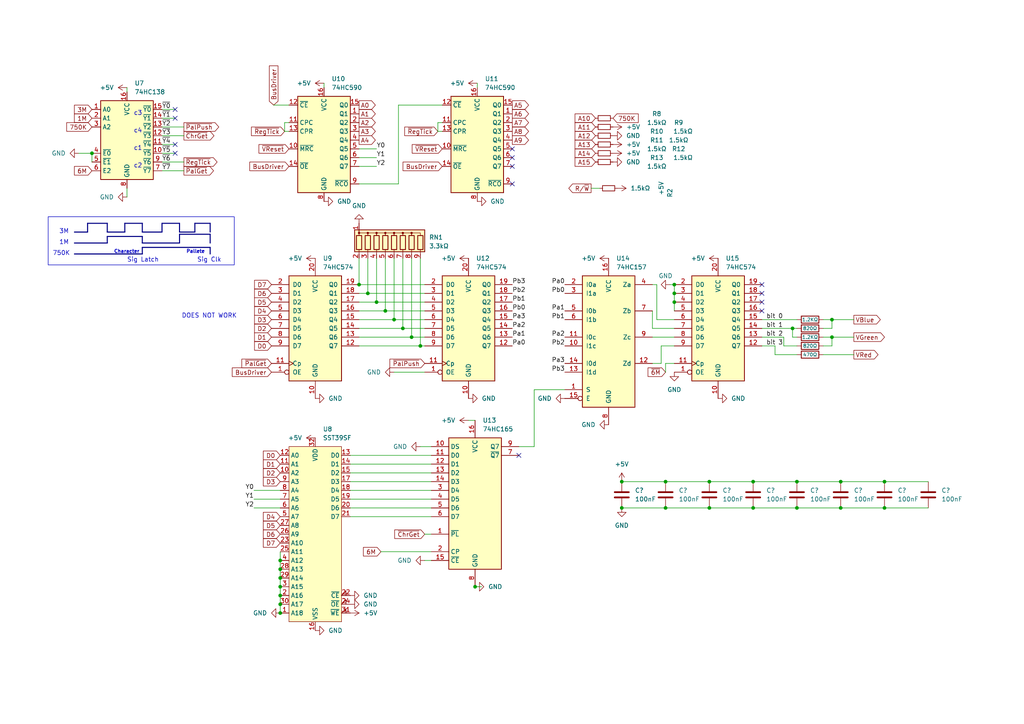
<source format=kicad_sch>
(kicad_sch (version 20231120) (generator "eeschema") (generator_version "8.0")
  (paper "A4")
  (title_block (title "Video"))
  (lib_symbols
    (symbol "74xx:74HC138"
      (property "Reference" "U" (at -7.62 13.97 0))
      (property "Value" "74HC138" (at 2.54 -11.43 0))
      (symbol "74HC138_0_1"
        (rectangle (start -7.62 12.7) (end 7.62 -10.16) (stroke (width 0.254)) (fill (type background)))
      )
      (symbol "74HC138_1_1"
        (pin input line (at -10.16 10.16 0) (length 2.54) (name "A0") (number "1"))
        (pin output line (at 10.16 -2.54 180) (length 2.54) (name "~{Y5}") (number "10"))
        (pin output line (at 10.16 0 180) (length 2.54) (name "~{Y4}") (number "11"))
        (pin output line (at 10.16 2.54 180) (length 2.54) (name "~{Y3}") (number "12"))
        (pin output line (at 10.16 5.08 180) (length 2.54) (name "~{Y2}") (number "13"))
        (pin output line (at 10.16 7.62 180) (length 2.54) (name "~{Y1}") (number "14"))
        (pin output line (at 10.16 10.16 180) (length 2.54) (name "~{Y0}") (number "15"))
        (pin power_in line (at 0 15.24 270) (length 2.54) (name "VCC") (number "16"))
        (pin input line (at -10.16 7.62 0) (length 2.54) (name "A1") (number "2"))
        (pin input line (at -10.16 5.08 0) (length 2.54) (name "A2") (number "3"))
        (pin input line (at -10.16 -2.54 0) (length 2.54) (name "~{E0}") (number "4"))
        (pin input line (at -10.16 -5.08 0) (length 2.54) (name "~{E1}") (number "5"))
        (pin input line (at -10.16 -7.62 0) (length 2.54) (name "E2") (number "6"))
        (pin output line (at 10.16 -7.62 180) (length 2.54) (name "~{Y7}") (number "7"))
        (pin power_in line (at 0 -12.7 90) (length 2.54) (name "GND") (number "8"))
        (pin output line (at 10.16 -5.08 180) (length 2.54) (name "~{Y6}") (number "9"))
      )
    )
    (symbol "74xx:74HC165"
      (property "Reference" "U" (at -7.62 19.05 0))
      (property "Value" "74HC165" (at -7.62 -21.59 0))
      (symbol "74HC165_1_0"
        (pin input line (at -12.7 -10.16 0) (length 5.08) (name "~{PL}") (number "1"))
        (pin input line (at -12.7 15.24 0) (length 5.08) (name "DS") (number "10"))
        (pin input line (at -12.7 12.7 0) (length 5.08) (name "D0") (number "11"))
        (pin input line (at -12.7 10.16 0) (length 5.08) (name "D1") (number "12"))
        (pin input line (at -12.7 7.62 0) (length 5.08) (name "D2") (number "13"))
        (pin input line (at -12.7 5.08 0) (length 5.08) (name "D3") (number "14"))
        (pin input line (at -12.7 -17.78 0) (length 5.08) (name "~{CE}") (number "15"))
        (pin power_in line (at 0 22.86 270) (length 5.08) (name "VCC") (number "16"))
        (pin input line (at -12.7 -15.24 0) (length 5.08) (name "CP") (number "2"))
        (pin input line (at -12.7 2.54 0) (length 5.08) (name "D4") (number "3"))
        (pin input line (at -12.7 0 0) (length 5.08) (name "D5") (number "4"))
        (pin input line (at -12.7 -2.54 0) (length 5.08) (name "D6") (number "5"))
        (pin input line (at -12.7 -5.08 0) (length 5.08) (name "D7") (number "6"))
        (pin output line (at 12.7 12.7 180) (length 5.08) (name "~{Q7}") (number "7"))
        (pin power_in line (at 0 -25.4 90) (length 5.08) (name "GND") (number "8"))
        (pin output line (at 12.7 15.24 180) (length 5.08) (name "Q7") (number "9"))
      )
      (symbol "74HC165_1_1"
        (rectangle (start -7.62 17.78) (end 7.62 -20.32) (stroke (width 0.254)) (fill (type background)))
      )
    )
    (symbol "74xx:74HC590A"
      (property "Reference" "U" (at -7.62 16.51 0))
      (property "Value" "74HC590A" (at -7.62 -13.97 0))
      (symbol "74HC590A_1_0"
        (pin tri_state line (at 10.16 10.16 180) (length 2.54) (name "Q1") (number "1"))
        (pin input line (at -10.16 0 0) (length 2.54) (name "~{MRC}") (number "10"))
        (pin input line (at -10.16 7.62 0) (length 2.54) (name "CPC") (number "11"))
        (pin input line (at -10.16 12.7 0) (length 2.54) (name "~{CE}") (number "12"))
        (pin input line (at -10.16 5.08 0) (length 2.54) (name "CPR") (number "13"))
        (pin input line (at -10.16 -5.08 0) (length 2.54) (name "~{OE}") (number "14"))
        (pin tri_state line (at 10.16 12.7 180) (length 2.54) (name "Q0") (number "15"))
        (pin power_in line (at 0 17.78 270) (length 2.54) (name "VCC") (number "16"))
        (pin tri_state line (at 10.16 7.62 180) (length 2.54) (name "Q2") (number "2"))
        (pin tri_state line (at 10.16 5.08 180) (length 2.54) (name "Q3") (number "3"))
        (pin tri_state line (at 10.16 2.54 180) (length 2.54) (name "Q4") (number "4"))
        (pin tri_state line (at 10.16 0 180) (length 2.54) (name "Q5") (number "5"))
        (pin tri_state line (at 10.16 -2.54 180) (length 2.54) (name "Q6") (number "6"))
        (pin tri_state line (at 10.16 -5.08 180) (length 2.54) (name "Q7") (number "7"))
        (pin power_in line (at 0 -15.24 90) (length 2.54) (name "GND") (number "8"))
        (pin output line (at 10.16 -10.16 180) (length 2.54) (name "~{RCO}") (number "9"))
      )
      (symbol "74HC590A_1_1"
        (rectangle (start -7.62 15.24) (end 7.62 -12.7) (stroke (width 0.254)) (fill (type background)))
      )
    )
    (symbol "74xx:74HCT574" (pin_names (offset 1.016))
      (property "Reference" "U" (at -7.62 16.51 0))
      (property "Value" "74HCT574" (at -7.62 -16.51 0))
      (symbol "74HCT574_1_0"
        (pin input inverted (at -12.7 -12.7 0) (length 5.08) (name "OE") (number "1"))
        (pin power_in line (at 0 -20.32 90) (length 5.08) (name "GND") (number "10"))
        (pin input clock (at -12.7 -10.16 0) (length 5.08) (name "Cp") (number "11"))
        (pin tri_state line (at 12.7 -5.08 180) (length 5.08) (name "Q7") (number "12"))
        (pin tri_state line (at 12.7 -2.54 180) (length 5.08) (name "Q6") (number "13"))
        (pin tri_state line (at 12.7 0 180) (length 5.08) (name "Q5") (number "14"))
        (pin tri_state line (at 12.7 2.54 180) (length 5.08) (name "Q4") (number "15"))
        (pin tri_state line (at 12.7 5.08 180) (length 5.08) (name "Q3") (number "16"))
        (pin tri_state line (at 12.7 7.62 180) (length 5.08) (name "Q2") (number "17"))
        (pin tri_state line (at 12.7 10.16 180) (length 5.08) (name "Q1") (number "18"))
        (pin tri_state line (at 12.7 12.7 180) (length 5.08) (name "Q0") (number "19"))
        (pin input line (at -12.7 12.7 0) (length 5.08) (name "D0") (number "2"))
        (pin power_in line (at 0 20.32 270) (length 5.08) (name "VCC") (number "20"))
        (pin input line (at -12.7 10.16 0) (length 5.08) (name "D1") (number "3"))
        (pin input line (at -12.7 7.62 0) (length 5.08) (name "D2") (number "4"))
        (pin input line (at -12.7 5.08 0) (length 5.08) (name "D3") (number "5"))
        (pin input line (at -12.7 2.54 0) (length 5.08) (name "D4") (number "6"))
        (pin input line (at -12.7 0 0) (length 5.08) (name "D5") (number "7"))
        (pin input line (at -12.7 -2.54 0) (length 5.08) (name "D6") (number "8"))
        (pin input line (at -12.7 -5.08 0) (length 5.08) (name "D7") (number "9"))
      )
      (symbol "74HCT574_1_1"
        (rectangle (start -7.62 15.24) (end 7.62 -15.24) (stroke (width 0.254)) (fill (type background)))
      )
    )
    (symbol "74xx:74LS157" (pin_names (offset 1.016))
      (property "Reference" "U" (at -7.62 19.05 0))
      (property "Value" "74LS157" (at -7.62 -21.59 0))
      (symbol "74LS157_1_0"
        (pin input line (at -12.7 -15.24 0) (length 5.08) (name "S") (number "1"))
        (pin input line (at -12.7 -2.54 0) (length 5.08) (name "I1c") (number "10"))
        (pin input line (at -12.7 0 0) (length 5.08) (name "I0c") (number "11"))
        (pin output line (at 12.7 -7.62 180) (length 5.08) (name "Zd") (number "12"))
        (pin input line (at -12.7 -10.16 0) (length 5.08) (name "I1d") (number "13"))
        (pin input line (at -12.7 -7.62 0) (length 5.08) (name "I0d") (number "14"))
        (pin input inverted (at -12.7 -17.78 0) (length 5.08) (name "E") (number "15"))
        (pin power_in line (at 0 22.86 270) (length 5.08) (name "VCC") (number "16"))
        (pin input line (at -12.7 15.24 0) (length 5.08) (name "I0a") (number "2"))
        (pin input line (at -12.7 12.7 0) (length 5.08) (name "I1a") (number "3"))
        (pin output line (at 12.7 15.24 180) (length 5.08) (name "Za") (number "4"))
        (pin input line (at -12.7 7.62 0) (length 5.08) (name "I0b") (number "5"))
        (pin input line (at -12.7 5.08 0) (length 5.08) (name "I1b") (number "6"))
        (pin output line (at 12.7 7.62 180) (length 5.08) (name "Zb") (number "7"))
        (pin power_in line (at 0 -25.4 90) (length 5.08) (name "GND") (number "8"))
        (pin output line (at 12.7 0 180) (length 5.08) (name "Zc") (number "9"))
      )
      (symbol "74LS157_1_1"
        (rectangle (start -7.62 17.78) (end 7.62 -20.32) (stroke (width 0.254)) (fill (type background)))
      )
    )
    (symbol "Device:C" (pin_numbers hide) (pin_names (offset 0.254))
      (property "Reference" "C" (at 0.635 2.54 0))
      (property "Value" "C" (at 0.635 -2.54 0))
      (symbol "C_0_1"
        (polyline (pts (xy -2.032 -0.762) (xy 2.032 -0.762)) (stroke (width 0.508)))
        (polyline (pts (xy -2.032 0.762) (xy 2.032 0.762)) (stroke (width 0.508)))
      )
      (symbol "C_1_1"
        (pin passive line (at 0 3.81 270) (length 2.794) (name "~") (number "1"))
        (pin passive line (at 0 -3.81 90) (length 2.794) (name "~") (number "2"))
      )
    )
    (symbol "Device:R" (pin_numbers hide) (pin_names (offset 0))
      (property "Reference" "R" (at 2.032 0 90))
      (property "Value" "R" (at 0 0 90))
      (symbol "R_0_1"
        (rectangle (start -1.016 -2.54) (end 1.016 2.54) (stroke (width 0.254)))
      )
      (symbol "R_1_1"
        (pin passive line (at 0 3.81 270) (length 1.27) (name "~") (number "1"))
        (pin passive line (at 0 -3.81 90) (length 1.27) (name "~") (number "2"))
      )
    )
    (symbol "Device:R_Network08" (pin_names (offset 0) hide)
      (property "Reference" "RN" (at -12.7 0 90))
      (property "Value" "R_Network08" (at 10.16 0 90))
      (symbol "R_Network08_0_1"
        (rectangle (start -11.43 -3.175) (end 8.89 3.175) (stroke (width 0.254)) (fill (type background)))
        (rectangle (start -10.922 1.524) (end -9.398 -2.54) (stroke (width 0.254)))
        (circle (center -10.16 2.286) (radius 0.254) (fill (type outline)))
        (rectangle (start -8.382 1.524) (end -6.858 -2.54) (stroke (width 0.254)))
        (circle (center -7.62 2.286) (radius 0.254) (fill (type outline)))
        (rectangle (start -5.842 1.524) (end -4.318 -2.54) (stroke (width 0.254)))
        (circle (center -5.08 2.286) (radius 0.254) (fill (type outline)))
        (rectangle (start -3.302 1.524) (end -1.778 -2.54) (stroke (width 0.254)))
        (circle (center -2.54 2.286) (radius 0.254) (fill (type outline)))
        (rectangle (start -0.762 1.524) (end 0.762 -2.54) (stroke (width 0.254)))
        (polyline (pts (xy -10.16 -2.54) (xy -10.16 -3.81)))
        (polyline (pts (xy -7.62 -2.54) (xy -7.62 -3.81)))
        (polyline (pts (xy -5.08 -2.54) (xy -5.08 -3.81)))
        (polyline (pts (xy -2.54 -2.54) (xy -2.54 -3.81)))
        (polyline (pts (xy 0 -2.54) (xy 0 -3.81)))
        (polyline (pts (xy 2.54 -2.54) (xy 2.54 -3.81)))
        (polyline (pts (xy 5.08 -2.54) (xy 5.08 -3.81)))
        (polyline (pts (xy 7.62 -2.54) (xy 7.62 -3.81)))
        (polyline (pts (xy -10.16 1.524) (xy -10.16 2.286) (xy -7.62 2.286) (xy -7.62 1.524)))
        (polyline (pts (xy -7.62 1.524) (xy -7.62 2.286) (xy -5.08 2.286) (xy -5.08 1.524)))
        (polyline (pts (xy -5.08 1.524) (xy -5.08 2.286) (xy -2.54 2.286) (xy -2.54 1.524)))
        (polyline (pts (xy -2.54 1.524) (xy -2.54 2.286) (xy 0 2.286) (xy 0 1.524)))
        (polyline (pts (xy 0 1.524) (xy 0 2.286) (xy 2.54 2.286) (xy 2.54 1.524)))
        (polyline (pts (xy 2.54 1.524) (xy 2.54 2.286) (xy 5.08 2.286) (xy 5.08 1.524)))
        (polyline (pts (xy 5.08 1.524) (xy 5.08 2.286) (xy 7.62 2.286) (xy 7.62 1.524)))
        (circle (center 0 2.286) (radius 0.254) (fill (type outline)))
        (rectangle (start 1.778 1.524) (end 3.302 -2.54) (stroke (width 0.254)))
        (circle (center 2.54 2.286) (radius 0.254) (fill (type outline)))
        (rectangle (start 4.318 1.524) (end 5.842 -2.54) (stroke (width 0.254)))
        (circle (center 5.08 2.286) (radius 0.254) (fill (type outline)))
        (rectangle (start 6.858 1.524) (end 8.382 -2.54) (stroke (width 0.254)))
      )
      (symbol "R_Network08_1_1"
        (pin passive line (at -10.16 5.08 270) (length 2.54) (name "common") (number "1"))
        (pin passive line (at -10.16 -5.08 90) (length 1.27) (name "R1") (number "2"))
        (pin passive line (at -7.62 -5.08 90) (length 1.27) (name "R2") (number "3"))
        (pin passive line (at -5.08 -5.08 90) (length 1.27) (name "R3") (number "4"))
        (pin passive line (at -2.54 -5.08 90) (length 1.27) (name "R4") (number "5"))
        (pin passive line (at 0 -5.08 90) (length 1.27) (name "R5") (number "6"))
        (pin passive line (at 2.54 -5.08 90) (length 1.27) (name "R6") (number "7"))
        (pin passive line (at 5.08 -5.08 90) (length 1.27) (name "R7") (number "8"))
        (pin passive line (at 7.62 -5.08 90) (length 1.27) (name "R8") (number "9"))
      )
    )
    (symbol "Device:R_Small" (pin_numbers hide) (pin_names (offset 0.254) hide)
      (property "Reference" "R" (at 0.762 0.508 0))
      (property "Value" "R_Small" (at 0.762 -1.016 0))
      (symbol "R_Small_0_1"
        (rectangle (start -0.762 1.778) (end 0.762 -1.778) (stroke (width 0.2032)))
      )
      (symbol "R_Small_1_1"
        (pin passive line (at 0 2.54 270) (length 0.762) (name "~") (number "1"))
        (pin passive line (at 0 -2.54 90) (length 0.762) (name "~") (number "2"))
      )
    )
    (symbol "Memory_Lib:SST39SF040"
      (property "Reference" "U" (at 11.43 54.61 0))
      (property "Value" "SST39SF040" (at 19.05 52.07 0))
      (symbol "SST39SF040_1_1"
        (rectangle (start 0 50.8) (end 15.24 0) (fill (type background)))
        (pin input line (at -2.54 2.54 0) (length 2.54) (name "A18") (number "1"))
        (pin input line (at -2.54 43.18 0) (length 2.54) (name "A2") (number "10"))
        (pin input line (at -2.54 45.72 0) (length 2.54) (name "A1") (number "11"))
        (pin input line (at -2.54 48.26 0) (length 2.54) (name "A0") (number "12"))
        (pin bidirectional line (at 17.78 48.26 180) (length 2.54) (name "D0") (number "13"))
        (pin bidirectional line (at 17.78 45.72 180) (length 2.54) (name "D1") (number "14"))
        (pin bidirectional line (at 17.78 43.18 180) (length 2.54) (name "D2") (number "15"))
        (pin power_in line (at 7.62 -2.54 90) (length 2.54) (name "VSS") (number "16"))
        (pin bidirectional line (at 17.78 40.64 180) (length 2.54) (name "D3") (number "17"))
        (pin bidirectional line (at 17.78 38.1 180) (length 2.54) (name "D4") (number "18"))
        (pin bidirectional line (at 17.78 35.56 180) (length 2.54) (name "D5") (number "19"))
        (pin input line (at -2.54 7.62 0) (length 2.54) (name "A16") (number "2"))
        (pin bidirectional line (at 17.78 33.02 180) (length 2.54) (name "D6") (number "20"))
        (pin bidirectional line (at 17.78 30.48 180) (length 2.54) (name "D7") (number "21"))
        (pin input input_low (at 17.78 7.62 180) (length 2.54) (name "~{CE}") (number "22"))
        (pin input line (at -2.54 22.86 0) (length 2.54) (name "A10") (number "23"))
        (pin input input_low (at 17.78 5.08 180) (length 2.54) (name "~{OE}") (number "24"))
        (pin input line (at -2.54 20.32 0) (length 2.54) (name "A11") (number "25"))
        (pin input line (at -2.54 25.4 0) (length 2.54) (name "A9") (number "26"))
        (pin input line (at -2.54 27.94 0) (length 2.54) (name "A8") (number "27"))
        (pin input line (at -2.54 15.24 0) (length 2.54) (name "A13") (number "28"))
        (pin input line (at -2.54 12.7 0) (length 2.54) (name "A14") (number "29"))
        (pin input line (at -2.54 10.16 0) (length 2.54) (name "A15") (number "3"))
        (pin input line (at -2.54 5.08 0) (length 2.54) (name "A17") (number "30"))
        (pin input input_low (at 17.78 2.54 180) (length 2.54) (name "~{WE}") (number "31"))
        (pin power_in line (at 7.62 53.34 270) (length 2.54) (name "VDD") (number "32"))
        (pin input line (at -2.54 17.78 0) (length 2.54) (name "A12") (number "4"))
        (pin input line (at -2.54 30.48 0) (length 2.54) (name "A7") (number "5"))
        (pin input line (at -2.54 33.02 0) (length 2.54) (name "A6") (number "6"))
        (pin input line (at -2.54 35.56 0) (length 2.54) (name "A5") (number "7"))
        (pin input line (at -2.54 38.1 0) (length 2.54) (name "A4") (number "8"))
        (pin input line (at -2.54 40.64 0) (length 2.54) (name "A3") (number "9"))
      )
    )
    (symbol "power:+5V" (power) (pin_names (offset 0))
      (property "Value" "+5V" (at 0 3.556 0))
      (symbol "+5V_0_1"
        (polyline (pts (xy -0.762 1.27) (xy 0 2.54)))
        (polyline (pts (xy 0 0) (xy 0 2.54)))
        (polyline (pts (xy 0 2.54) (xy 0.762 1.27)))
      )
      (symbol "+5V_1_1"
        (pin power_in line (at 0 0 90) (length 0) hide (name "+5V") (number "1"))
      )
    )
    (symbol "power:GND" (power) (pin_names (offset 0))
      (property "Value" "GND" (at 0 -3.81 0))
      (symbol "GND_0_1"
        (polyline (pts (xy 0 0) (xy 0 -1.27) (xy 1.27 -1.27) (xy 0 -2.54) (xy -1.27 -1.27) (xy 0 -1.27)))
      )
      (symbol "GND_1_1"
        (pin power_in line (at 0 0 270) (length 0) hide (name "GND") (number "1"))
      )
    )
  )
  (junction (at 81.28 177.8))
  (junction (at 195.58 82.55))
  (junction (at 243.84 147.32))
  (junction (at 104.14 82.55))
  (junction (at 81.28 170.18))
  (junction (at 81.28 165.1))
  (junction (at 241.3 92.71))
  (junction (at 256.54 147.32))
  (junction (at 205.74 147.32))
  (junction (at 231.14 139.7))
  (junction (at 205.74 139.7))
  (junction (at 81.28 175.26))
  (junction (at 218.44 139.7))
  (junction (at 81.28 162.56))
  (junction (at 114.3 92.71))
  (junction (at 256.54 139.7))
  (junction (at 81.28 167.64))
  (junction (at 137.795 170.18))
  (junction (at 121.92 100.33))
  (junction (at 111.76 90.17))
  (junction (at 241.3 97.79))
  (junction (at 81.28 172.72))
  (junction (at 180.34 139.7))
  (junction (at 218.44 147.32))
  (junction (at 116.84 95.25))
  (junction (at 180.34 147.32))
  (junction (at 231.14 147.32))
  (junction (at 195.58 87.63))
  (junction (at 193.04 147.32))
  (junction (at 195.58 85.09))
  (junction (at 109.22 87.63))
  (junction (at 119.38 97.79))
  (junction (at 26.67 44.45))
  (junction (at 243.84 139.7))
  (junction (at 106.68 85.09))
  (junction (at 193.04 139.7))
  (junction (at 229.87 95.25))
  (no_connect (at 220.98 90.17))
  (no_connect (at 220.98 85.09))
  (no_connect (at 50.8 41.91))
  (no_connect (at 220.98 87.63))
  (no_connect (at 220.98 82.55))
  (no_connect (at 148.59 53.34))
  (no_connect (at 148.59 43.18))
  (no_connect (at 148.59 45.72))
  (no_connect (at 50.8 31.75))
  (no_connect (at 150.495 132.08))
  (no_connect (at 50.8 34.29))
  (no_connect (at 50.8 44.45))
  (no_connect (at 148.59 48.26))
  (wire (pts (xy 190.5 82.55) (xy 190.5 92.71)))
  (wire (pts (xy 195.58 82.55) (xy 195.58 85.09)))
  (wire (pts (xy 193.04 107.95) (xy 193.04 105.41)))
  (wire (pts (xy 138.43 24.13) (xy 138.43 25.4)))
  (wire (pts (xy 218.44 147.32) (xy 231.14 147.32)))
  (wire (pts (xy 104.14 53.34) (xy 115.57 53.34)))
  (wire (pts (xy 231.14 97.79) (xy 229.87 97.79)))
  (bus (pts (xy 36.195 64.77) (xy 41.275 64.77)))
  (wire (pts (xy 243.84 147.32) (xy 256.54 147.32)))
  (wire (pts (xy 106.68 85.09) (xy 104.14 85.09)))
  (bus (pts (xy 60.96 71.755) (xy 60.96 73.66)))
  (wire (pts (xy 111.76 74.93) (xy 111.76 90.17)))
  (wire (pts (xy 238.76 95.25) (xy 241.3 95.25)))
  (wire (pts (xy 189.23 105.41) (xy 191.77 105.41)))
  (wire (pts (xy 111.76 90.17) (xy 104.14 90.17)))
  (wire (pts (xy 180.34 147.32) (xy 193.04 147.32)))
  (wire (pts (xy 125.095 154.94) (xy 123.19 154.94)))
  (wire (pts (xy 81.28 172.72) (xy 81.28 175.26)))
  (wire (pts (xy 53.34 36.83) (xy 46.99 36.83)))
  (wire (pts (xy 189.23 82.55) (xy 190.5 82.55)))
  (wire (pts (xy 121.92 100.33) (xy 104.14 100.33)))
  (wire (pts (xy 218.44 139.7) (xy 231.14 139.7)))
  (wire (pts (xy 123.19 107.95) (xy 114.3 107.95)))
  (wire (pts (xy 238.76 92.71) (xy 241.3 92.71)))
  (wire (pts (xy 193.04 139.7) (xy 205.74 139.7)))
  (wire (pts (xy 101.6 149.86) (xy 125.095 149.86)))
  (wire (pts (xy 241.3 97.79) (xy 247.65 97.79)))
  (wire (pts (xy 195.58 87.63) (xy 195.58 90.17)))
  (bus (pts (xy 41.275 64.77) (xy 41.275 67.31)))
  (wire (pts (xy 123.19 90.17) (xy 111.76 90.17)))
  (wire (pts (xy 173.99 54.61) (xy 171.45 54.61)))
  (wire (pts (xy 101.6 144.78) (xy 125.095 144.78)))
  (bus (pts (xy 41.275 67.31) (xy 46.99 67.31)))
  (bus (pts (xy 31.115 70.485) (xy 31.115 68.58)))
  (wire (pts (xy 81.28 162.56) (xy 81.28 165.1)))
  (bus (pts (xy 46.99 67.31) (xy 46.99 64.77)))
  (bus (pts (xy 56.515 67.31) (xy 56.515 64.77)))
  (wire (pts (xy 227.33 100.33) (xy 231.14 100.33)))
  (bus (pts (xy 25.4 64.77) (xy 31.115 64.77)))
  (bus (pts (xy 46.99 64.77) (xy 52.07 64.77)))
  (wire (pts (xy 81.28 167.64) (xy 81.28 170.18)))
  (wire (pts (xy 154.94 129.54) (xy 154.94 113.03)))
  (wire (pts (xy 81.28 165.1) (xy 81.28 167.64)))
  (wire (pts (xy 101.6 132.08) (xy 125.095 132.08)))
  (wire (pts (xy 191.77 100.33) (xy 195.58 100.33)))
  (wire (pts (xy 22.86 44.45) (xy 26.67 44.45)))
  (wire (pts (xy 139.7 170.18) (xy 137.795 170.18)))
  (bus (pts (xy 41.275 71.755) (xy 60.96 71.755)))
  (wire (pts (xy 123.19 82.55) (xy 104.14 82.55)))
  (wire (pts (xy 125.095 162.56) (xy 123.19 162.56)))
  (wire (pts (xy 116.84 74.93) (xy 116.84 95.25)))
  (wire (pts (xy 220.98 92.71) (xy 231.14 92.71)))
  (wire (pts (xy 189.23 95.25) (xy 195.58 95.25)))
  (wire (pts (xy 79.375 30.48) (xy 83.82 30.48)))
  (wire (pts (xy 127 38.1) (xy 128.27 38.1)))
  (wire (pts (xy 154.94 113.03) (xy 163.83 113.03)))
  (bus (pts (xy 31.115 64.77) (xy 31.115 67.31)))
  (bus (pts (xy 52.07 67.31) (xy 56.515 67.31)))
  (wire (pts (xy 101.6 139.7) (xy 125.095 139.7)))
  (wire (pts (xy 73.66 147.32) (xy 81.28 147.32)))
  (wire (pts (xy 227.33 97.79) (xy 227.33 100.33)))
  (wire (pts (xy 109.22 43.18) (xy 104.14 43.18)))
  (wire (pts (xy 123.19 100.33) (xy 121.92 100.33)))
  (wire (pts (xy 81.28 175.26) (xy 81.28 177.8)))
  (wire (pts (xy 114.3 92.71) (xy 104.14 92.71)))
  (wire (pts (xy 180.34 139.7) (xy 193.04 139.7)))
  (wire (pts (xy 231.14 147.32) (xy 243.84 147.32)))
  (wire (pts (xy 189.23 95.25) (xy 189.23 90.17)))
  (wire (pts (xy 125.095 129.54) (xy 121.92 129.54)))
  (bus (pts (xy 21.59 73.66) (xy 41.275 73.66)))
  (wire (pts (xy 104.14 74.93) (xy 104.14 82.55)))
  (wire (pts (xy 220.98 97.79) (xy 227.33 97.79)))
  (wire (pts (xy 123.19 97.79) (xy 119.38 97.79)))
  (wire (pts (xy 106.68 74.93) (xy 106.68 85.09)))
  (wire (pts (xy 137.795 121.92) (xy 135.89 121.92)))
  (wire (pts (xy 241.3 92.71) (xy 241.3 95.25)))
  (wire (pts (xy 191.77 105.41) (xy 191.77 100.33)))
  (wire (pts (xy 73.66 142.24) (xy 81.28 142.24)))
  (wire (pts (xy 229.87 95.25) (xy 231.14 95.25)))
  (bus (pts (xy 41.275 73.66) (xy 41.275 71.755)))
  (wire (pts (xy 241.3 92.71) (xy 247.65 92.71)))
  (wire (pts (xy 127 35.56) (xy 128.27 35.56)))
  (wire (pts (xy 123.19 92.71) (xy 114.3 92.71)))
  (wire (pts (xy 116.84 95.25) (xy 104.14 95.25)))
  (wire (pts (xy 36.83 25.4) (xy 36.83 26.67)))
  (wire (pts (xy 194.31 82.55) (xy 195.58 82.55)))
  (bus (pts (xy 25.4 67.31) (xy 25.4 64.77)))
  (wire (pts (xy 50.8 44.45) (xy 46.99 44.45)))
  (wire (pts (xy 224.79 100.33) (xy 224.79 102.87)))
  (wire (pts (xy 224.79 102.87) (xy 231.14 102.87)))
  (wire (pts (xy 256.54 139.7) (xy 269.24 139.7)))
  (wire (pts (xy 150.495 129.54) (xy 154.94 129.54)))
  (bus (pts (xy 21.59 70.485) (xy 31.115 70.485)))
  (wire (pts (xy 127 35.56) (xy 127 38.1)))
  (wire (pts (xy 123.19 85.09) (xy 106.68 85.09)))
  (bus (pts (xy 31.115 67.31) (xy 36.195 67.31)))
  (wire (pts (xy 121.92 74.93) (xy 121.92 100.33)))
  (wire (pts (xy 190.5 92.71) (xy 195.58 92.71)))
  (wire (pts (xy 36.83 57.15) (xy 36.83 54.61)))
  (wire (pts (xy 238.76 97.79) (xy 241.3 97.79)))
  (wire (pts (xy 53.34 39.37) (xy 46.99 39.37)))
  (wire (pts (xy 229.87 95.25) (xy 229.87 97.79)))
  (wire (pts (xy 125.095 160.02) (xy 110.49 160.02)))
  (wire (pts (xy 82.55 35.56) (xy 82.55 38.1)))
  (wire (pts (xy 82.55 38.1) (xy 83.82 38.1)))
  (wire (pts (xy 46.99 46.99) (xy 53.34 46.99)))
  (wire (pts (xy 50.8 34.29) (xy 46.99 34.29)))
  (bus (pts (xy 41.275 68.58) (xy 41.275 70.485)))
  (wire (pts (xy 119.38 97.79) (xy 104.14 97.79)))
  (wire (pts (xy 115.57 30.48) (xy 128.27 30.48)))
  (wire (pts (xy 53.34 49.53) (xy 46.99 49.53)))
  (bus (pts (xy 60.96 64.77) (xy 60.96 67.31)))
  (wire (pts (xy 101.6 142.24) (xy 125.095 142.24)))
  (bus (pts (xy 52.07 64.77) (xy 52.07 67.31)))
  (wire (pts (xy 114.3 74.93) (xy 114.3 92.71)))
  (bus (pts (xy 52.07 70.485) (xy 52.07 67.945)))
  (bus (pts (xy 21.59 67.31) (xy 25.4 67.31)))
  (wire (pts (xy 109.22 74.93) (xy 109.22 87.63)))
  (wire (pts (xy 26.67 44.45) (xy 26.67 46.99)))
  (wire (pts (xy 81.28 160.02) (xy 81.28 162.56)))
  (bus (pts (xy 56.515 64.77) (xy 60.96 64.77)))
  (wire (pts (xy 195.58 85.09) (xy 195.58 87.63)))
  (bus (pts (xy 60.96 67.945) (xy 60.96 70.485)))
  (wire (pts (xy 101.6 134.62) (xy 125.095 134.62)))
  (wire (pts (xy 238.76 102.87) (xy 247.65 102.87)))
  (wire (pts (xy 238.76 100.33) (xy 241.3 100.33)))
  (wire (pts (xy 101.6 147.32) (xy 125.095 147.32)))
  (wire (pts (xy 50.8 41.91) (xy 46.99 41.91)))
  (wire (pts (xy 119.38 74.93) (xy 119.38 97.79)))
  (wire (pts (xy 82.55 35.56) (xy 83.82 35.56)))
  (wire (pts (xy 101.6 137.16) (xy 125.095 137.16)))
  (wire (pts (xy 220.98 95.25) (xy 229.87 95.25)))
  (wire (pts (xy 81.28 170.18) (xy 81.28 172.72)))
  (bus (pts (xy 41.275 70.485) (xy 52.07 70.485)))
  (wire (pts (xy 205.74 139.7) (xy 218.44 139.7)))
  (wire (pts (xy 109.22 45.72) (xy 104.14 45.72)))
  (wire (pts (xy 231.14 139.7) (xy 243.84 139.7)))
  (wire (pts (xy 50.8 31.75) (xy 46.99 31.75)))
  (bus (pts (xy 31.115 68.58) (xy 41.275 68.58)))
  (wire (pts (xy 205.74 147.32) (xy 218.44 147.32)))
  (wire (pts (xy 193.04 147.32) (xy 205.74 147.32)))
  (wire (pts (xy 189.23 97.79) (xy 195.58 97.79)))
  (wire (pts (xy 109.22 87.63) (xy 104.14 87.63)))
  (wire (pts (xy 123.19 95.25) (xy 116.84 95.25)))
  (wire (pts (xy 256.54 147.32) (xy 269.24 147.32)))
  (wire (pts (xy 73.66 144.78) (xy 81.28 144.78)))
  (wire (pts (xy 115.57 53.34) (xy 115.57 30.48)))
  (wire (pts (xy 193.04 105.41) (xy 195.58 105.41)))
  (wire (pts (xy 93.98 24.13) (xy 93.98 25.4)))
  (wire (pts (xy 241.3 100.33) (xy 241.3 97.79)))
  (bus (pts (xy 36.195 67.31) (xy 36.195 64.77)))
  (wire (pts (xy 220.98 100.33) (xy 224.79 100.33)))
  (wire (pts (xy 243.84 139.7) (xy 256.54 139.7)))
  (wire (pts (xy 109.22 48.26) (xy 104.14 48.26)))
  (bus (pts (xy 52.07 67.945) (xy 60.96 67.945)))
  (wire (pts (xy 123.19 87.63) (xy 109.22 87.63)))
  (rectangle (start 13.97 62.865) (end 67.945 76.835))
  (text "c1" (at 41.275 43.815 0) (effects (font (size 1.27 1.27)) (justify right bottom)))
  (text "3M" (at 17.145 67.945 0) (effects (font (size 1.27 1.27)) (justify left bottom)))
  (text "c3" (at 41.275 33.655 0) (effects (font (size 1.27 1.27)) (justify right bottom)))
  (text "Pallete" (at 53.975 73.66 0) (effects (font (size 1 1) (thickness 0.2) (bold yes)) (justify left bottom)))
  (text "750K" (at 15.24 74.295 0) (effects (font (size 1.27 1.27)) (justify left bottom)))
  (text "Sig Clk" (at 57.15 76.2 0) (effects (font (size 1.27 1.27)) (justify left bottom)))
  (text "1M" (at 17.145 71.12 0) (effects (font (size 1.27 1.27)) (justify left bottom)))
  (text "Character" (at 33.02 73.66 0) (effects (font (size 1 1) (thickness 0.2) (bold yes)) (justify left bottom)))
  (text "DOES NOT WORK\n" (at 60.706 91.694 0) (effects (font (size 1.27 1.27))))
  (text "Sig Latch" (at 36.83 76.2 0) (effects (font (size 1.27 1.27)) (justify left bottom)))
  (text "c2" (at 41.275 48.895 0) (effects (font (size 1.27 1.27)) (justify right bottom)))
  (text "c4" (at 41.275 38.735 0) (effects (font (size 1.27 1.27)) (justify right bottom)))
  (label "Pa1" (at 148.59 97.79 0))
  (label "Y0" (at 73.66 142.24 180))
  (label "Pa2" (at 148.59 95.25 0))
  (label "~{Y1}" (at 46.99 34.29 0))
  (label "bit 0" (at 222.25 92.71 0))
  (label "Pb0" (at 148.59 90.17 0))
  (label "~{Y3}" (at 46.99 39.37 0))
  (label "Pb2" (at 148.59 85.09 0))
  (label "Pa3" (at 163.83 105.41 180))
  (label "Pb3" (at 163.83 107.95 180))
  (label "bit 2" (at 222.25 97.79 0))
  (label "Y1" (at 109.22 45.72 0))
  (label "bit 1" (at 222.25 95.25 0))
  (label "~{Y5}" (at 46.99 44.45 0))
  (label "~{Y6}" (at 46.99 46.99 0))
  (label "~{Y2}" (at 46.99 36.83 0))
  (label "Pa2" (at 163.83 97.79 180))
  (label "~{Y7}" (at 46.99 49.53 0))
  (label "Y0" (at 109.22 43.18 0))
  (label "~{Y0}" (at 46.99 31.75 0))
  (label "Pa0" (at 148.59 100.33 0))
  (label "Pb0" (at 163.83 85.09 180))
  (label "Pb1" (at 148.59 87.63 0))
  (label "Y1" (at 73.66 144.78 180))
  (label "Y2" (at 73.66 147.32 180))
  (label "Pb1" (at 163.83 92.71 180))
  (label "Pa0" (at 163.83 82.55 180))
  (label "Pa3" (at 148.59 92.71 0))
  (label "Pb3" (at 148.59 82.55 0))
  (label "Pb2" (at 163.83 100.33 180))
  (label "~{Y4}" (at 46.99 41.91 0))
  (label "Pa1" (at 163.83 90.17 180))
  (label "Y2" (at 109.22 48.26 0))
  (label "bit 3" (at 222.25 100.33 0))
  (global_label "A10" (shape input) (at 172.72 34.29 180) (property "Intersheetrefs" "${INTERSHEET_REFS}" (effects (hide yes))))
  (global_label "BusDriver" (shape input) (at 79.375 30.48 90) (property "Intersheetrefs" "${INTERSHEET_REFS}" (effects (hide yes))))
  (global_label "~{PalGet}" (shape output) (at 53.34 49.53 0) (property "Intersheetrefs" "${INTERSHEET_REFS}" (effects (hide yes))))
  (global_label "D4" (shape input) (at 78.74 90.17 180) (property "Intersheetrefs" "${INTERSHEET_REFS}" (effects (hide yes))))
  (global_label "A4" (shape output) (at 104.14 40.64 0) (property "Intersheetrefs" "${INTERSHEET_REFS}" (effects (hide yes))))
  (global_label "A14" (shape input) (at 172.72 44.45 180) (property "Intersheetrefs" "${INTERSHEET_REFS}" (effects (hide yes))))
  (global_label "A0" (shape output) (at 104.14 30.48 0) (property "Intersheetrefs" "${INTERSHEET_REFS}" (effects (hide yes))))
  (global_label "6M" (shape input) (at 26.67 49.53 180) (property "Intersheetrefs" "${INTERSHEET_REFS}" (effects (hide yes))))
  (global_label "VGreen" (shape output) (at 247.65 97.79 0) (property "Intersheetrefs" "${INTERSHEET_REFS}" (effects (hide yes))))
  (global_label "~{RegTick}" (shape input) (at 82.55 38.1 180) (property "Intersheetrefs" "${INTERSHEET_REFS}" (effects (hide yes))))
  (global_label "~{PalPush}" (shape input) (at 123.19 105.41 180) (property "Intersheetrefs" "${INTERSHEET_REFS}" (effects (hide yes))))
  (global_label "~{PalPush}" (shape output) (at 53.34 36.83 0) (property "Intersheetrefs" "${INTERSHEET_REFS}" (effects (hide yes))))
  (global_label "VRed" (shape output) (at 247.65 102.87 0) (property "Intersheetrefs" "${INTERSHEET_REFS}" (effects (hide yes))))
  (global_label "BusDriver" (shape input) (at 128.27 48.26 180) (property "Intersheetrefs" "${INTERSHEET_REFS}" (effects (hide yes))))
  (global_label "D3" (shape input) (at 78.74 92.71 180) (property "Intersheetrefs" "${INTERSHEET_REFS}" (effects (hide yes))))
  (global_label "D2" (shape input) (at 81.28 137.16 180) (property "Intersheetrefs" "${INTERSHEET_REFS}" (effects (hide yes))))
  (global_label "A11" (shape input) (at 172.72 36.83 180) (property "Intersheetrefs" "${INTERSHEET_REFS}" (effects (hide yes))))
  (global_label "R{slash}~{W}" (shape output) (at 171.45 54.61 180) (property "Intersheetrefs" "${INTERSHEET_REFS}" (effects (hide yes))))
  (global_label "~{VReset}" (shape input) (at 83.82 43.18 180) (property "Intersheetrefs" "${INTERSHEET_REFS}" (effects (hide yes))))
  (global_label "~{RegTick}" (shape input) (at 127 38.1 180) (property "Intersheetrefs" "${INTERSHEET_REFS}" (effects (hide yes))))
  (global_label "D4" (shape input) (at 81.28 149.86 180) (property "Intersheetrefs" "${INTERSHEET_REFS}" (effects (hide yes))))
  (global_label "~{ChrGet}" (shape input) (at 123.19 154.94 180) (property "Intersheetrefs" "${INTERSHEET_REFS}" (effects (hide yes))))
  (global_label "A9" (shape output) (at 148.59 40.64 0) (property "Intersheetrefs" "${INTERSHEET_REFS}" (effects (hide yes))))
  (global_label "~{ChrGet}" (shape output) (at 53.34 39.37 0) (property "Intersheetrefs" "${INTERSHEET_REFS}" (effects (hide yes))))
  (global_label "BusDriver" (shape input) (at 78.74 107.95 180) (property "Intersheetrefs" "${INTERSHEET_REFS}" (effects (hide yes))))
  (global_label "D0" (shape input) (at 78.74 100.33 180) (property "Intersheetrefs" "${INTERSHEET_REFS}" (effects (hide yes))))
  (global_label "D5" (shape input) (at 81.28 152.4 180) (property "Intersheetrefs" "${INTERSHEET_REFS}" (effects (hide yes))))
  (global_label "1M" (shape input) (at 26.67 34.29 180) (property "Intersheetrefs" "${INTERSHEET_REFS}" (effects (hide yes))))
  (global_label "~{RegTick}" (shape output) (at 53.34 46.99 0) (property "Intersheetrefs" "${INTERSHEET_REFS}" (effects (hide yes))))
  (global_label "A1" (shape output) (at 104.14 33.02 0) (property "Intersheetrefs" "${INTERSHEET_REFS}" (effects (hide yes))))
  (global_label "D5" (shape input) (at 78.74 87.63 180) (property "Intersheetrefs" "${INTERSHEET_REFS}" (effects (hide yes))))
  (global_label "D1" (shape input) (at 81.28 134.62 180) (property "Intersheetrefs" "${INTERSHEET_REFS}" (effects (hide yes))))
  (global_label "A2" (shape output) (at 104.14 35.56 0) (property "Intersheetrefs" "${INTERSHEET_REFS}" (effects (hide yes))))
  (global_label "D3" (shape input) (at 81.28 139.7 180) (property "Intersheetrefs" "${INTERSHEET_REFS}" (effects (hide yes))))
  (global_label "A5" (shape output) (at 148.59 30.48 0) (property "Intersheetrefs" "${INTERSHEET_REFS}" (effects (hide yes))))
  (global_label "D2" (shape input) (at 78.74 95.25 180) (property "Intersheetrefs" "${INTERSHEET_REFS}" (effects (hide yes))))
  (global_label "750K" (shape input) (at 26.67 36.83 180) (property "Intersheetrefs" "${INTERSHEET_REFS}" (effects (hide yes))))
  (global_label "D6" (shape input) (at 78.74 85.09 180) (property "Intersheetrefs" "${INTERSHEET_REFS}" (effects (hide yes))))
  (global_label "~{VReset}" (shape input) (at 128.27 43.18 180) (property "Intersheetrefs" "${INTERSHEET_REFS}" (effects (hide yes))))
  (global_label "VBlue" (shape output) (at 247.65 92.71 0) (property "Intersheetrefs" "${INTERSHEET_REFS}" (effects (hide yes))))
  (global_label "A6" (shape output) (at 148.59 33.02 0) (property "Intersheetrefs" "${INTERSHEET_REFS}" (effects (hide yes))))
  (global_label "750K" (shape input) (at 177.8 34.29 0) (property "Intersheetrefs" "${INTERSHEET_REFS}" (effects (hide yes))))
  (global_label "D7" (shape input) (at 78.74 82.55 180) (property "Intersheetrefs" "${INTERSHEET_REFS}" (effects (hide yes))))
  (global_label "BusDriver" (shape input) (at 83.82 48.26 180) (property "Intersheetrefs" "${INTERSHEET_REFS}" (effects (hide yes))))
  (global_label "~{6M}" (shape input) (at 193.04 107.95 180) (property "Intersheetrefs" "${INTERSHEET_REFS}" (effects (hide yes))))
  (global_label "A12" (shape input) (at 172.72 39.37 180) (property "Intersheetrefs" "${INTERSHEET_REFS}" (effects (hide yes))))
  (global_label "A8" (shape output) (at 148.59 38.1 0) (property "Intersheetrefs" "${INTERSHEET_REFS}" (effects (hide yes))))
  (global_label "6M" (shape input) (at 110.49 160.02 180) (property "Intersheetrefs" "${INTERSHEET_REFS}" (effects (hide yes))))
  (global_label "~{PalGet}" (shape input) (at 78.74 105.41 180) (property "Intersheetrefs" "${INTERSHEET_REFS}" (effects (hide yes))))
  (global_label "D7" (shape input) (at 81.28 157.48 180) (property "Intersheetrefs" "${INTERSHEET_REFS}" (effects (hide yes))))
  (global_label "A13" (shape input) (at 172.72 41.91 180) (property "Intersheetrefs" "${INTERSHEET_REFS}" (effects (hide yes))))
  (global_label "A15" (shape input) (at 172.72 46.99 180) (property "Intersheetrefs" "${INTERSHEET_REFS}" (effects (hide yes))))
  (global_label "A7" (shape output) (at 148.59 35.56 0) (property "Intersheetrefs" "${INTERSHEET_REFS}" (effects (hide yes))))
  (global_label "3M" (shape input) (at 26.67 31.75 180) (property "Intersheetrefs" "${INTERSHEET_REFS}" (effects (hide yes))))
  (global_label "D0" (shape input) (at 81.28 132.08 180) (property "Intersheetrefs" "${INTERSHEET_REFS}" (effects (hide yes))))
  (global_label "D1" (shape input) (at 78.74 97.79 180) (property "Intersheetrefs" "${INTERSHEET_REFS}" (effects (hide yes))))
  (global_label "A3" (shape output) (at 104.14 38.1 0) (property "Intersheetrefs" "${INTERSHEET_REFS}" (effects (hide yes))))
  (global_label "D6" (shape input) (at 81.28 154.94 180) (property "Intersheetrefs" "${INTERSHEET_REFS}" (effects (hide yes))))
  (symbol (lib_id "power:GND") (at 208.28 115.57 90) (unit 1)
    (property "Reference" "#PWR015" (effects (hide yes)))
    (property "Value" "GND" (at 212.09 115.57 90) (effects (justify right)))
  )
  (symbol (lib_id "74xx:74HC165") (at 137.795 144.78 0) (unit 1)
    (property "Reference" "U13" (at 139.9891 121.92 0) (effects (justify left)))
    (property "Value" "74HC165" (at 139.9891 124.46 0) (effects (justify left)))
    (property "Footprint" "PCM_Package_DIP_AKL:DIP-16_W7.62mm_Socket_LongPads" (effects (hide yes)))
    (property "Datasheet" "https://assets.nexperia.com/documents/data-sheet/74HC_HCT165.pdf" (effects (hide yes)))
  )
  (symbol (lib_id "power:GND") (at 22.86 44.45 270) (unit 1)
    (property "Reference" "#PWR015" (effects (hide yes)))
    (property "Value" "GND" (at 19.05 44.45 90) (effects (justify right)))
  )
  (symbol (lib_id "74xx:74HCT574") (at 135.89 95.25 0) (unit 1)
    (property "Reference" "U12" (at 138.0841 74.93 0) (effects (justify left)))
    (property "Value" "74HC574" (at 138.0841 77.47 0) (effects (justify left)))
    (property "Footprint" "PCM_Package_DIP_AKL:DIP-20_W7.62mm_Socket_LongPads" (effects (hide yes)))
    (property "Datasheet" "http://www.ti.com/lit/gpn/sn74HCT574" (effects (hide yes)))
  )
  (symbol (lib_id "power:GND") (at 135.89 115.57 90) (unit 1)
    (property "Reference" "#PWR015" (effects (hide yes)))
    (property "Value" "GND" (at 139.7 115.57 90) (effects (justify right)))
  )
  (symbol (lib_id "Device:R_Small") (at 175.26 36.83 90) (unit 1)
    (property "Reference" "R9" (at 196.85 35.56 90))
    (property "Value" "1.5kΩ" (at 198.12 38.1 90))
    (property "Footprint" "SMAL:R_Horizontal" (effects (hide yes)))
  )
  (symbol (lib_id "74xx:74HCT574") (at 208.28 95.25 0) (unit 1)
    (property "Reference" "U15" (at 210.4741 74.93 0) (effects (justify left)))
    (property "Value" "74HC574" (at 210.4741 77.47 0) (effects (justify left)))
    (property "Footprint" "PCM_Package_DIP_AKL:DIP-20_W7.62mm_Socket_LongPads" (effects (hide yes)))
    (property "Datasheet" "http://www.ti.com/lit/gpn/sn74HCT574" (effects (hide yes)))
  )
  (symbol (lib_id "power:GND") (at 36.83 57.15 270) (unit 1)
    (property "Reference" "#PWR015" (effects (hide yes)))
    (property "Value" "GND" (at 33.02 57.15 90) (effects (justify right)))
  )
  (symbol (lib_id "power:+5V") (at 101.6 177.8 270) (unit 1)
    (property "Reference" "#PWR017" (effects (hide yes)))
    (property "Value" "+5V" (at 105.41 177.8 90) (effects (justify left)))
  )
  (symbol (lib_id "power:GND") (at 195.58 107.95 0) (unit 1)
    (property "Reference" "#PWR015" (effects (hide yes)))
    (property "Value" "GND" (at 195.58 113.03 0))
  )
  (symbol (lib_id "Device:C") (at 193.04 143.51 0) (unit 1)
    (property "Reference" "C?" (at 196.85 142.24 0) (effects (justify left)))
    (property "Value" "100nF" (at 196.85 144.78 0) (effects (justify left)))
    (property "Footprint" "Capacitor_THT:C_Disc_D3.0mm_W1.6mm_P2.50mm" (effects (hide yes)))
  )
  (symbol (lib_id "power:+5V") (at 135.89 74.93 90) (unit 1)
    (property "Reference" "#PWR017" (effects (hide yes)))
    (property "Value" "+5V" (at 132.08 74.93 90) (effects (justify left)))
  )
  (symbol (lib_id "74xx:74HCT574") (at 91.44 95.25 0) (unit 1)
    (property "Reference" "U9" (at 93.6341 74.93 0) (effects (justify left)))
    (property "Value" "74HC574" (at 93.6341 77.47 0) (effects (justify left)))
    (property "Footprint" "PCM_Package_DIP_AKL:DIP-20_W7.62mm_Socket_LongPads" (effects (hide yes)))
    (property "Datasheet" "http://www.ti.com/lit/gpn/sn74HCT574" (effects (hide yes)))
  )
  (symbol (lib_id "Device:C") (at 180.34 143.51 0) (unit 1)
    (property "Reference" "C?" (at 184.15 142.24 0) (effects (justify left)))
    (property "Value" "100nF" (at 184.15 144.78 0) (effects (justify left)))
    (property "Footprint" "Capacitor_THT:C_Disc_D3.0mm_W1.6mm_P2.50mm" (effects (hide yes)))
  )
  (symbol (lib_id "Device:C") (at 256.54 143.51 0) (unit 1)
    (property "Reference" "C?" (at 260.35 142.24 0) (effects (justify left)))
    (property "Value" "100nF" (at 260.35 144.78 0) (effects (justify left)))
    (property "Footprint" "Capacitor_THT:C_Disc_D3.0mm_W1.6mm_P2.50mm" (effects (hide yes)))
  )
  (symbol (lib_id "power:+5V") (at 135.89 121.92 90) (unit 1)
    (property "Reference" "#PWR017" (effects (hide yes)))
    (property "Value" "+5V" (at 132.08 121.92 90) (effects (justify left)))
  )
  (symbol (lib_id "power:GND") (at 163.83 115.57 270) (unit 1)
    (property "Reference" "#PWR015" (effects (hide yes)))
    (property "Value" "GND" (at 160.02 115.57 90) (effects (justify right)))
  )
  (symbol (lib_id "Device:C") (at 231.14 143.51 0) (unit 1)
    (property "Reference" "C?" (at 234.95 142.24 0) (effects (justify left)))
    (property "Value" "100nF" (at 234.95 144.78 0) (effects (justify left)))
    (property "Footprint" "Capacitor_THT:C_Disc_D3.0mm_W1.6mm_P2.50mm" (effects (hide yes)))
  )
  (symbol (lib_id "Device:C") (at 218.44 143.51 0) (unit 1)
    (property "Reference" "C?" (at 222.25 142.24 0) (effects (justify left)))
    (property "Value" "100nF" (at 222.25 144.78 0) (effects (justify left)))
    (property "Footprint" "Capacitor_THT:C_Disc_D3.0mm_W1.6mm_P2.50mm" (effects (hide yes)))
  )
  (symbol (lib_id "Device:R") (at 234.95 92.71 90) (unit 1)
    (property "Reference" "R14" (effects (hide yes)))
    (property "Value" "1.2KΩ" (at 234.95 92.71 90) (effects (font (size 1 1))))
    (property "Footprint" "SMAL:R_Horizontal" (effects (hide yes)))
  )
  (symbol (lib_id "Device:C") (at 243.84 143.51 0) (unit 1)
    (property "Reference" "C?" (at 247.65 142.24 0) (effects (justify left)))
    (property "Value" "100nF" (at 247.65 144.78 0) (effects (justify left)))
    (property "Footprint" "Capacitor_THT:C_Disc_D3.0mm_W1.6mm_P2.50mm" (effects (hide yes)))
  )
  (symbol (lib_id "Device:R") (at 234.95 97.79 90) (unit 1)
    (property "Reference" "R16" (effects (hide yes)))
    (property "Value" "1.2KΩ" (at 234.95 97.79 90) (effects (font (size 1 1))))
    (property "Footprint" "SMAL:R_Horizontal" (effects (hide yes)))
  )
  (symbol (lib_id "power:+5V") (at 177.8 41.91 270) (unit 1)
    (property "Reference" "#PWR017" (effects (hide yes)))
    (property "Value" "+5V" (at 181.61 41.91 90) (effects (justify left)))
  )
  (symbol (lib_id "power:GND") (at 177.8 46.99 90) (unit 1)
    (property "Reference" "#PWR015" (effects (hide yes)))
    (property "Value" "GND" (at 181.61 46.99 90) (effects (justify right)))
  )
  (symbol (lib_id "power:+5V") (at 208.28 74.93 90) (unit 1)
    (property "Reference" "#PWR017" (effects (hide yes)))
    (property "Value" "+5V" (at 204.47 74.93 90) (effects (justify left)))
  )
  (symbol (lib_id "power:+5V") (at 138.43 24.13 90) (unit 1)
    (property "Reference" "#PWR017" (effects (hide yes)))
    (property "Value" "+5V" (at 134.62 24.13 90) (effects (justify left)))
  )
  (symbol (lib_id "Device:R_Small") (at 175.26 39.37 90) (unit 1)
    (property "Reference" "R10" (at 190.5 38.1 90))
    (property "Value" "1.5kΩ" (at 196.85 40.64 90))
    (property "Footprint" "SMAL:R_Horizontal" (effects (hide yes)))
  )
  (symbol (lib_id "Device:R_Small") (at 175.26 41.91 90) (unit 1)
    (property "Reference" "R11" (at 190.5 40.64 90))
    (property "Value" "1.5kΩ" (at 190.5 43.18 90))
    (property "Footprint" "SMAL:R_Horizontal" (effects (hide yes)))
  )
  (symbol (lib_id "power:GND") (at 176.53 123.19 270) (unit 1)
    (property "Reference" "#PWR015" (effects (hide yes)))
    (property "Value" "GND" (at 172.72 123.19 90) (effects (justify right)))
  )
  (symbol (lib_id "power:GND") (at 137.795 170.18 90) (unit 1)
    (property "Reference" "#PWR015" (effects (hide yes)))
    (property "Value" "GND" (at 141.605 170.18 90) (effects (justify right)))
  )
  (symbol (lib_id "power:GND") (at 180.34 147.32 0) (unit 1)
    (property "Reference" "#PWR0135" (effects (hide yes)))
    (property "Value" "GND" (at 180.34 152.4 0))
  )
  (symbol (lib_id "power:+5V") (at 179.07 54.61 270) (unit 1)
    (property "Reference" "#PWR07" (effects (hide yes)))
    (property "Value" "+5V" (at 191.77 54.61 0))
  )
  (symbol (lib_id "power:GND") (at 121.92 129.54 270) (unit 1)
    (property "Reference" "#PWR015" (effects (hide yes)))
    (property "Value" "GND" (at 118.11 129.54 90) (effects (justify right)))
  )
  (symbol (lib_id "74xx:74HC590A") (at 93.98 43.18 0) (unit 1)
    (property "Reference" "U10" (at 96.1741 22.86 0) (effects (justify left)))
    (property "Value" "74HC590" (at 96.1741 25.4 0) (effects (justify left)))
    (property "Footprint" "PCM_Package_DIP_AKL:DIP-16_W7.62mm_Socket_LongPads" (effects (hide yes)))
    (property "Datasheet" "http://www.ti.com/lit/ds/symlink/sn74hc590a.pdf" (effects (hide yes)))
  )
  (symbol (lib_id "power:GND") (at 91.44 115.57 90) (unit 1)
    (property "Reference" "#PWR015" (effects (hide yes)))
    (property "Value" "GND" (at 95.25 115.57 90) (effects (justify right)))
  )
  (symbol (lib_id "power:+5V") (at 180.34 139.7 0) (unit 1)
    (property "Reference" "#PWR0136" (effects (hide yes)))
    (property "Value" "+5V" (at 180.34 134.62 0))
  )
  (symbol (lib_id "power:GND") (at 177.8 39.37 90) (unit 1)
    (property "Reference" "#PWR015" (effects (hide yes)))
    (property "Value" "GND" (at 181.61 39.37 90) (effects (justify right)))
  )
  (symbol (lib_id "Device:R") (at 234.95 102.87 90) (unit 1)
    (property "Reference" "R18" (effects (hide yes)))
    (property "Value" "470Ω" (at 234.95 102.87 90) (effects (font (size 1 1))))
    (property "Footprint" "SMAL:R_Horizontal" (effects (hide yes)))
  )
  (symbol (lib_id "Device:R") (at 234.95 95.25 90) (unit 1)
    (property "Reference" "R15" (effects (hide yes)))
    (property "Value" "820Ω" (at 234.95 95.25 90) (effects (font (size 1 1))))
    (property "Footprint" "SMAL:R_Horizontal" (effects (hide yes)))
  )
  (symbol (lib_id "power:+5V") (at 36.83 25.4 90) (unit 1)
    (property "Reference" "#PWR017" (effects (hide yes)))
    (property "Value" "+5V" (at 33.02 25.4 90) (effects (justify left)))
  )
  (symbol (lib_id "Device:R_Small") (at 175.26 46.99 90) (unit 1)
    (property "Reference" "R13" (at 190.5 45.72 90))
    (property "Value" "1.5kΩ" (at 190.5 48.26 90))
    (property "Footprint" "SMAL:R_Horizontal" (effects (hide yes)))
  )
  (symbol (lib_id "power:+5V") (at 91.44 74.93 90) (unit 1)
    (property "Reference" "#PWR017" (effects (hide yes)))
    (property "Value" "+5V" (at 87.63 74.93 90) (effects (justify left)))
  )
  (symbol (lib_id "74xx:74HC590A") (at 138.43 43.18 0) (unit 1)
    (property "Reference" "U11" (at 140.6241 22.86 0) (effects (justify left)))
    (property "Value" "74HC590" (at 140.6241 25.4 0) (effects (justify left)))
    (property "Footprint" "PCM_Package_DIP_AKL:DIP-16_W7.62mm_Socket_LongPads" (effects (hide yes)))
    (property "Datasheet" "http://www.ti.com/lit/ds/symlink/sn74hc590a.pdf" (effects (hide yes)))
  )
  (symbol (lib_id "power:+5V") (at 91.44 127 90) (unit 1)
    (property "Reference" "#PWR017" (effects (hide yes)))
    (property "Value" "+5V" (at 87.63 127 90) (effects (justify left)))
  )
  (symbol (lib_id "power:GND") (at 91.44 182.88 90) (unit 1)
    (property "Reference" "#PWR015" (effects (hide yes)))
    (property "Value" "GND" (at 95.25 182.88 90) (effects (justify right)))
  )
  (symbol (lib_id "Device:C") (at 269.24 143.51 0) (unit 1)
    (property "Reference" "C?" (at 273.05 142.24 0) (effects (justify left)))
    (property "Value" "100nF" (at 273.05 144.78 0) (effects (justify left)))
    (property "Footprint" "Capacitor_THT:C_Disc_D3.0mm_W1.6mm_P2.50mm" (effects (hide yes)))
  )
  (symbol (lib_id "power:GND") (at 101.6 172.72 90) (unit 1)
    (property "Reference" "#PWR015" (effects (hide yes)))
    (property "Value" "GND" (at 105.41 172.72 90) (effects (justify right)))
  )
  (symbol (lib_id "74xx:74LS157") (at 176.53 97.79 0) (unit 1)
    (property "Reference" "U14" (at 178.7241 74.93 0) (effects (justify left)))
    (property "Value" "74HC157" (at 178.7241 77.47 0) (effects (justify left)))
    (property "Footprint" "PCM_Package_DIP_AKL:DIP-16_W7.62mm_Socket_LongPads" (effects (hide yes)))
    (property "Datasheet" "http://www.ti.com/lit/gpn/sn74LS157" (effects (hide yes)))
  )
  (symbol (lib_id "power:GND") (at 101.6 175.26 90) (unit 1)
    (property "Reference" "#PWR015" (effects (hide yes)))
    (property "Value" "GND" (at 105.41 175.26 90) (effects (justify right)))
  )
  (symbol (lib_id "Memory_Lib:SST39SF040") (at 83.82 180.34 0) (unit 1)
    (property "Reference" "U8" (at 93.6341 124.46 0) (effects (justify left)))
    (property "Value" "SST39SF" (at 93.6341 127 0) (effects (justify left)))
    (property "Footprint" "PCM_Package_LCC_AKL:PLCC-32_THT-Socket" (effects (hide yes)))
    (property "Datasheet" "https://ww1.microchip.com/downloads/aemDocuments/documents/OTH/ProductDocuments/DataSheets/20005022C.pdf" (effects (hide yes)))
  )
  (symbol (lib_id "power:+5V") (at 177.8 44.45 270) (unit 1)
    (property "Reference" "#PWR017" (effects (hide yes)))
    (property "Value" "+5V" (at 181.61 44.45 90) (effects (justify left)))
  )
  (symbol (lib_id "Device:R_Network08") (at 114.3 69.85 0) (unit 1)
    (property "Reference" "RN1" (at 124.46 68.834 0) (effects (justify left)))
    (property "Value" "3.3kΩ" (at 124.46 71.374 0) (effects (justify left)))
    (property "Footprint" "Resistor_THT:R_Array_SIP9" (effects (hide yes)))
    (property "Datasheet" "http://www.vishay.com/docs/31509/csc.pdf" (effects (hide yes)))
  )
  (symbol (lib_id "74xx:74HC138") (at 36.83 41.91 0) (unit 1)
    (property "Reference" "U7" (at 39.0241 24.13 0) (effects (justify left)))
    (property "Value" "74HC138" (at 39.0241 26.67 0) (effects (justify left)))
    (property "Footprint" "PCM_Package_DIP_AKL:DIP-16_W7.62mm_Socket_LongPads" (effects (hide yes)))
    (property "Datasheet" "http://www.ti.com/lit/ds/symlink/cd74hc238.pdf" (effects (hide yes)))
  )
  (symbol (lib_id "Device:R_Small") (at 175.26 34.29 90) (unit 1)
    (property "Reference" "R8" (at 190.5 33.02 90))
    (property "Value" "1.5kΩ" (at 190.5 35.56 90))
    (property "Footprint" "SMAL:R_Horizontal" (effects (hide yes)))
  )
  (symbol (lib_id "power:GND") (at 104.14 64.77 180) (unit 1)
    (property "Reference" "#PWR015" (effects (hide yes)))
    (property "Value" "GND" (at 104.14 59.69 0))
  )
  (symbol (lib_id "power:+5V") (at 176.53 74.93 90) (unit 1)
    (property "Reference" "#PWR017" (effects (hide yes)))
    (property "Value" "+5V" (at 172.72 74.93 90) (effects (justify left)))
  )
  (symbol (lib_id "power:GND") (at 123.19 162.56 270) (unit 1)
    (property "Reference" "#PWR036" (effects (hide yes)))
    (property "Value" "GND" (at 119.38 162.56 90) (effects (justify right)))
  )
  (symbol (lib_id "power:GND") (at 114.3 107.95 270) (unit 1)
    (property "Reference" "#PWR015" (effects (hide yes)))
    (property "Value" "GND" (at 110.49 107.95 90) (effects (justify right)))
  )
  (symbol (lib_id "Device:R_Small") (at 176.53 54.61 90) (unit 1)
    (property "Reference" "R2" (at 194.31 54.61 0) (effects (justify right)))
    (property "Value" "1.5kΩ" (at 182.88 54.61 90) (effects (justify right)))
    (property "Footprint" "SMAL:R_Horizontal" (effects (hide yes)))
  )
  (symbol (lib_id "power:GND") (at 138.43 58.42 90) (unit 1)
    (property "Reference" "#PWR015" (effects (hide yes)))
    (property "Value" "GND" (at 142.24 58.42 90) (effects (justify right)))
  )
  (symbol (lib_id "power:GND") (at 93.98 58.42 90) (unit 1)
    (property "Reference" "#PWR015" (effects (hide yes)))
    (property "Value" "GND" (at 97.79 58.42 90) (effects (justify right)))
  )
  (symbol (lib_id "power:GND") (at 194.31 82.55 270) (unit 1)
    (property "Reference" "#PWR015" (effects (hide yes)))
    (property "Value" "GND" (at 193.04 80.01 90))
  )
  (symbol (lib_id "power:GND") (at 81.28 177.8 270) (unit 1)
    (property "Reference" "#PWR015" (effects (hide yes)))
    (property "Value" "GND" (at 77.47 177.8 90) (effects (justify right)))
  )
  (symbol (lib_id "power:+5V") (at 93.98 24.13 90) (unit 1)
    (property "Reference" "#PWR017" (effects (hide yes)))
    (property "Value" "+5V" (at 90.17 24.13 90) (effects (justify left)))
  )
  (symbol (lib_id "Device:R") (at 234.95 100.33 90) (unit 1)
    (property "Reference" "R17" (effects (hide yes)))
    (property "Value" "820Ω" (at 234.95 100.33 90) (effects (font (size 1 1))))
    (property "Footprint" "SMAL:R_Horizontal" (effects (hide yes)))
  )
  (symbol (lib_id "Device:C") (at 205.74 143.51 0) (unit 1)
    (property "Reference" "C?" (at 209.55 142.24 0) (effects (justify left)))
    (property "Value" "100nF" (at 209.55 144.78 0) (effects (justify left)))
    (property "Footprint" "Capacitor_THT:C_Disc_D3.0mm_W1.6mm_P2.50mm" (effects (hide yes)))
  )
  (symbol (lib_id "Device:R_Small") (at 175.26 44.45 90) (unit 1)
    (property "Reference" "R12" (at 196.85 43.18 90))
    (property "Value" "1.5kΩ" (at 198.12 45.72 90))
    (property "Footprint" "SMAL:R_Horizontal" (effects (hide yes)))
  )
  (symbol (lib_id "power:+5V") (at 177.8 36.83 270) (unit 1)
    (property "Reference" "#PWR017" (effects (hide yes)))
    (property "Value" "+5V" (at 181.61 36.83 90) (effects (justify left)))
  )
)
</source>
